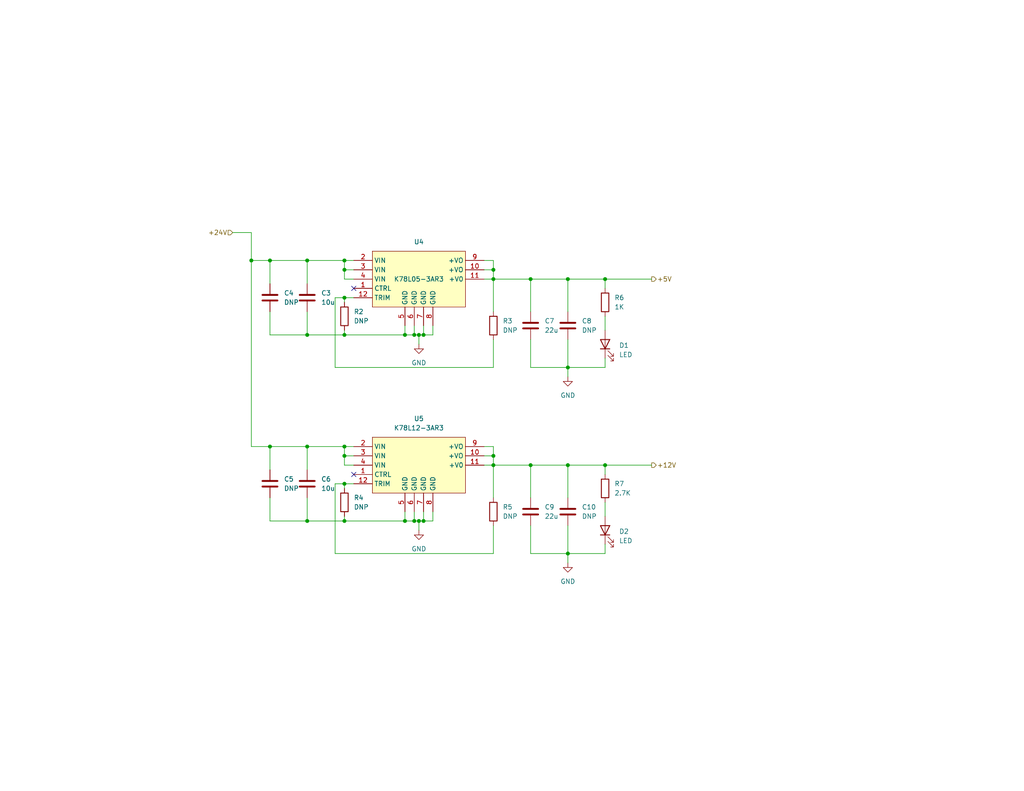
<source format=kicad_sch>
(kicad_sch (version 20230121) (generator eeschema)
  (paper "USLetter")
  (lib_symbols
    (symbol "Device:C" (pin_numbers hide) (pin_names (offset 0.254))
      (property "Reference" "C" (at 0.635 2.54 0))
      (property "Value" "C" (at 0.635 -2.54 0))
      (symbol "C_0_1"
        (polyline (pts (xy -2.032 -0.762) (xy 2.032 -0.762)) (stroke (width 0.508)))
        (polyline (pts (xy -2.032 0.762) (xy 2.032 0.762)) (stroke (width 0.508)))
      )
      (symbol "C_1_1"
        (pin passive line (at 0 3.81 270) (length 2.794) (name "~") (number "1"))
        (pin passive line (at 0 -3.81 90) (length 2.794) (name "~") (number "2"))
      )
    )
    (symbol "Device:LED" (pin_numbers hide) (pin_names (offset 1.016) hide)
      (property "Reference" "D" (at 0 2.54 0))
      (property "Value" "LED" (at 0 -2.54 0))
      (symbol "LED_0_1"
        (polyline (pts (xy -1.27 -1.27) (xy -1.27 1.27)) (stroke (width 0.254)))
        (polyline (pts (xy -1.27 0) (xy 1.27 0)))
        (polyline (pts (xy 1.27 -1.27) (xy 1.27 1.27) (xy -1.27 0) (xy 1.27 -1.27)) (stroke (width 0.254)))
        (polyline (pts (xy -3.048 -0.762) (xy -4.572 -2.286) (xy -3.81 -2.286) (xy -4.572 -2.286) (xy -4.572 -1.524)))
        (polyline (pts (xy -1.778 -0.762) (xy -3.302 -2.286) (xy -2.54 -2.286) (xy -3.302 -2.286) (xy -3.302 -1.524)))
      )
      (symbol "LED_1_1"
        (pin passive line (at -3.81 0 0) (length 2.54) (name "K") (number "1"))
        (pin passive line (at 3.81 0 180) (length 2.54) (name "A") (number "2"))
      )
    )
    (symbol "Device:R" (pin_numbers hide) (pin_names (offset 0))
      (property "Reference" "R" (at 2.032 0 90))
      (property "Value" "R" (at 0 0 90))
      (symbol "R_0_1"
        (rectangle (start -1.016 -2.54) (end 1.016 2.54) (stroke (width 0.254)))
      )
      (symbol "R_1_1"
        (pin passive line (at 0 3.81 270) (length 1.27) (name "~") (number "1"))
        (pin passive line (at 0 -3.81 90) (length 1.27) (name "~") (number "2"))
      )
    )
    (symbol "dmxaudio:K78L05-3AR3"
      (property "Reference" "U" (at 0 2.54 0))
      (property "Value" "K78L05-3AR3" (at 0 0 0))
      (symbol "K78L05-3AR3_1_1"
        (rectangle (start -12.7 7.62) (end 12.7 -7.62) (fill (type background)))
        (pin input line (at -17.78 -2.54 0) (length 5.08) (name "CTRL") (number "1"))
        (pin power_out line (at 17.78 2.54 180) (length 5.08) (name "+VO") (number "10"))
        (pin power_out line (at 17.78 0 180) (length 5.08) (name "+V0") (number "11"))
        (pin input line (at -17.78 -5.08 0) (length 5.08) (name "TRIM") (number "12"))
        (pin power_in line (at -17.78 5.08 0) (length 5.08) (name "VIN") (number "2"))
        (pin power_in line (at -17.78 2.54 0) (length 5.08) (name "VIN") (number "3"))
        (pin power_in line (at -17.78 0 0) (length 5.08) (name "VIN") (number "4"))
        (pin power_out line (at -3.81 -12.7 90) (length 5.08) (name "GND") (number "5"))
        (pin power_out line (at -1.27 -12.7 90) (length 5.08) (name "GND") (number "6"))
        (pin power_out line (at 1.27 -12.7 90) (length 5.08) (name "GND") (number "7"))
        (pin power_out line (at 3.81 -12.7 90) (length 5.08) (name "GND") (number "8"))
        (pin power_out line (at 17.78 5.08 180) (length 5.08) (name "+VO") (number "9"))
      )
    )
    (symbol "dmxaudio:K78L12-3AR3"
      (property "Reference" "U" (at 0 2.54 0))
      (property "Value" "K78L12-3AR3" (at 0 0 0))
      (symbol "K78L12-3AR3_1_1"
        (rectangle (start -12.7 7.62) (end 12.7 -7.62) (fill (type background)))
        (pin input line (at -17.78 -2.54 0) (length 5.08) (name "CTRL") (number "1"))
        (pin power_out line (at 17.78 2.54 180) (length 5.08) (name "+VO") (number "10"))
        (pin power_out line (at 17.78 0 180) (length 5.08) (name "+V0") (number "11"))
        (pin input line (at -17.78 -5.08 0) (length 5.08) (name "TRIM") (number "12"))
        (pin power_in line (at -17.78 5.08 0) (length 5.08) (name "VIN") (number "2"))
        (pin power_in line (at -17.78 2.54 0) (length 5.08) (name "VIN") (number "3"))
        (pin power_in line (at -17.78 0 0) (length 5.08) (name "VIN") (number "4"))
        (pin power_out line (at -3.81 -12.7 90) (length 5.08) (name "GND") (number "5"))
        (pin power_out line (at -1.27 -12.7 90) (length 5.08) (name "GND") (number "6"))
        (pin power_out line (at 1.27 -12.7 90) (length 5.08) (name "GND") (number "7"))
        (pin power_out line (at 3.81 -12.7 90) (length 5.08) (name "GND") (number "8"))
        (pin power_out line (at 17.78 5.08 180) (length 5.08) (name "+VO") (number "9"))
      )
    )
    (symbol "power:GND" (power) (pin_names (offset 0))
      (property "Value" "GND" (at 0 -3.81 0))
      (symbol "GND_0_1"
        (polyline (pts (xy 0 0) (xy 0 -1.27) (xy 1.27 -1.27) (xy 0 -2.54) (xy -1.27 -1.27) (xy 0 -1.27)))
      )
      (symbol "GND_1_1"
        (pin power_in line (at 0 0 270) (length 0) hide (name "GND") (number "1"))
      )
    )
  )
  (junction (at 154.94 76.2))
  (junction (at 134.62 76.2))
  (junction (at 83.82 142.24))
  (junction (at 93.98 71.12))
  (junction (at 114.3 91.44))
  (junction (at 144.78 127))
  (junction (at 134.62 124.46))
  (junction (at 113.03 142.24))
  (junction (at 93.98 73.66))
  (junction (at 115.57 142.24))
  (junction (at 68.58 71.12))
  (junction (at 93.98 124.46))
  (junction (at 83.82 91.44))
  (junction (at 93.98 132.08))
  (junction (at 154.94 151.13))
  (junction (at 73.66 71.12))
  (junction (at 113.03 91.44))
  (junction (at 93.98 121.92))
  (junction (at 154.94 127))
  (junction (at 134.62 127))
  (junction (at 83.82 71.12))
  (junction (at 93.98 91.44))
  (junction (at 110.49 142.24))
  (junction (at 165.1 127))
  (junction (at 93.98 142.24))
  (junction (at 134.62 73.66))
  (junction (at 73.66 121.92))
  (junction (at 165.1 76.2))
  (junction (at 114.3 142.24))
  (junction (at 144.78 76.2))
  (junction (at 115.57 91.44))
  (junction (at 93.98 81.28))
  (junction (at 83.82 121.92))
  (junction (at 154.94 100.33))
  (junction (at 110.49 91.44))
  (no_connect (at 96.52 129.54))
  (no_connect (at 96.52 78.74))
  (wire (pts (xy 93.98 91.44) (xy 110.49 91.44)))
  (wire (pts (xy 113.03 91.44) (xy 114.3 91.44)))
  (wire (pts (xy 73.66 142.24) (xy 73.66 135.89)))
  (wire (pts (xy 144.78 76.2) (xy 144.78 85.09)))
  (wire (pts (xy 134.62 71.12) (xy 134.62 73.66)))
  (wire (pts (xy 93.98 81.28) (xy 93.98 82.55)))
  (wire (pts (xy 93.98 91.44) (xy 83.82 91.44)))
  (wire (pts (xy 177.8 127) (xy 165.1 127)))
  (wire (pts (xy 93.98 121.92) (xy 96.52 121.92)))
  (wire (pts (xy 83.82 142.24) (xy 73.66 142.24)))
  (wire (pts (xy 154.94 151.13) (xy 154.94 153.67)))
  (wire (pts (xy 73.66 91.44) (xy 73.66 85.09)))
  (wire (pts (xy 134.62 121.92) (xy 132.08 121.92)))
  (wire (pts (xy 134.62 73.66) (xy 134.62 76.2)))
  (wire (pts (xy 165.1 127) (xy 154.94 127)))
  (wire (pts (xy 114.3 142.24) (xy 115.57 142.24)))
  (wire (pts (xy 110.49 91.44) (xy 113.03 91.44)))
  (wire (pts (xy 144.78 76.2) (xy 154.94 76.2)))
  (wire (pts (xy 93.98 124.46) (xy 96.52 124.46)))
  (wire (pts (xy 68.58 71.12) (xy 73.66 71.12)))
  (wire (pts (xy 134.62 76.2) (xy 144.78 76.2)))
  (wire (pts (xy 165.1 137.16) (xy 165.1 140.97)))
  (wire (pts (xy 73.66 71.12) (xy 73.66 77.47)))
  (wire (pts (xy 68.58 63.5) (xy 68.58 71.12)))
  (wire (pts (xy 96.52 132.08) (xy 93.98 132.08)))
  (wire (pts (xy 154.94 76.2) (xy 154.94 85.09)))
  (wire (pts (xy 154.94 127) (xy 154.94 135.89)))
  (wire (pts (xy 93.98 140.97) (xy 93.98 142.24)))
  (wire (pts (xy 93.98 142.24) (xy 110.49 142.24)))
  (wire (pts (xy 134.62 151.13) (xy 91.44 151.13)))
  (wire (pts (xy 93.98 76.2) (xy 93.98 73.66)))
  (wire (pts (xy 154.94 100.33) (xy 165.1 100.33)))
  (wire (pts (xy 91.44 81.28) (xy 93.98 81.28)))
  (wire (pts (xy 154.94 151.13) (xy 154.94 143.51)))
  (wire (pts (xy 134.62 76.2) (xy 134.62 85.09)))
  (wire (pts (xy 83.82 121.92) (xy 93.98 121.92)))
  (wire (pts (xy 144.78 100.33) (xy 154.94 100.33)))
  (wire (pts (xy 165.1 76.2) (xy 165.1 78.74)))
  (wire (pts (xy 134.62 124.46) (xy 134.62 121.92)))
  (wire (pts (xy 165.1 76.2) (xy 177.8 76.2)))
  (wire (pts (xy 144.78 127) (xy 134.62 127)))
  (wire (pts (xy 83.82 91.44) (xy 83.82 85.09)))
  (wire (pts (xy 73.66 121.92) (xy 83.82 121.92)))
  (wire (pts (xy 68.58 71.12) (xy 68.58 121.92)))
  (wire (pts (xy 165.1 127) (xy 165.1 129.54)))
  (wire (pts (xy 93.98 90.17) (xy 93.98 91.44)))
  (wire (pts (xy 165.1 86.36) (xy 165.1 90.17)))
  (wire (pts (xy 73.66 121.92) (xy 73.66 128.27)))
  (wire (pts (xy 114.3 142.24) (xy 114.3 144.78)))
  (wire (pts (xy 134.62 127) (xy 134.62 124.46)))
  (wire (pts (xy 134.62 127) (xy 134.62 135.89)))
  (wire (pts (xy 96.52 127) (xy 93.98 127)))
  (wire (pts (xy 118.11 91.44) (xy 118.11 88.9)))
  (wire (pts (xy 93.98 132.08) (xy 93.98 133.35)))
  (wire (pts (xy 132.08 73.66) (xy 134.62 73.66)))
  (wire (pts (xy 144.78 100.33) (xy 144.78 92.71)))
  (wire (pts (xy 93.98 71.12) (xy 96.52 71.12)))
  (wire (pts (xy 83.82 91.44) (xy 73.66 91.44)))
  (wire (pts (xy 144.78 151.13) (xy 154.94 151.13)))
  (wire (pts (xy 83.82 142.24) (xy 83.82 135.89)))
  (wire (pts (xy 93.98 73.66) (xy 96.52 73.66)))
  (wire (pts (xy 93.98 73.66) (xy 93.98 71.12)))
  (wire (pts (xy 96.52 81.28) (xy 93.98 81.28)))
  (wire (pts (xy 165.1 151.13) (xy 165.1 148.59)))
  (wire (pts (xy 132.08 71.12) (xy 134.62 71.12)))
  (wire (pts (xy 165.1 100.33) (xy 165.1 97.79)))
  (wire (pts (xy 110.49 139.7) (xy 110.49 142.24)))
  (wire (pts (xy 132.08 76.2) (xy 134.62 76.2)))
  (wire (pts (xy 154.94 100.33) (xy 154.94 92.71)))
  (wire (pts (xy 134.62 143.51) (xy 134.62 151.13)))
  (wire (pts (xy 91.44 100.33) (xy 91.44 81.28)))
  (wire (pts (xy 154.94 100.33) (xy 154.94 102.87)))
  (wire (pts (xy 110.49 88.9) (xy 110.49 91.44)))
  (wire (pts (xy 144.78 127) (xy 144.78 135.89)))
  (wire (pts (xy 73.66 71.12) (xy 83.82 71.12)))
  (wire (pts (xy 110.49 142.24) (xy 113.03 142.24)))
  (wire (pts (xy 132.08 127) (xy 134.62 127)))
  (wire (pts (xy 83.82 121.92) (xy 83.82 128.27)))
  (wire (pts (xy 93.98 142.24) (xy 83.82 142.24)))
  (wire (pts (xy 113.03 142.24) (xy 114.3 142.24)))
  (wire (pts (xy 68.58 121.92) (xy 73.66 121.92)))
  (wire (pts (xy 114.3 91.44) (xy 115.57 91.44)))
  (wire (pts (xy 132.08 124.46) (xy 134.62 124.46)))
  (wire (pts (xy 144.78 151.13) (xy 144.78 143.51)))
  (wire (pts (xy 114.3 91.44) (xy 114.3 93.98)))
  (wire (pts (xy 154.94 76.2) (xy 165.1 76.2)))
  (wire (pts (xy 115.57 142.24) (xy 118.11 142.24)))
  (wire (pts (xy 115.57 91.44) (xy 118.11 91.44)))
  (wire (pts (xy 115.57 139.7) (xy 115.57 142.24)))
  (wire (pts (xy 93.98 127) (xy 93.98 124.46)))
  (wire (pts (xy 91.44 132.08) (xy 93.98 132.08)))
  (wire (pts (xy 63.5 63.5) (xy 68.58 63.5)))
  (wire (pts (xy 91.44 151.13) (xy 91.44 132.08)))
  (wire (pts (xy 93.98 124.46) (xy 93.98 121.92)))
  (wire (pts (xy 118.11 142.24) (xy 118.11 139.7)))
  (wire (pts (xy 113.03 139.7) (xy 113.03 142.24)))
  (wire (pts (xy 83.82 71.12) (xy 83.82 77.47)))
  (wire (pts (xy 113.03 88.9) (xy 113.03 91.44)))
  (wire (pts (xy 115.57 88.9) (xy 115.57 91.44)))
  (wire (pts (xy 154.94 127) (xy 144.78 127)))
  (wire (pts (xy 134.62 100.33) (xy 91.44 100.33)))
  (wire (pts (xy 83.82 71.12) (xy 93.98 71.12)))
  (wire (pts (xy 154.94 151.13) (xy 165.1 151.13)))
  (wire (pts (xy 96.52 76.2) (xy 93.98 76.2)))
  (wire (pts (xy 134.62 92.71) (xy 134.62 100.33)))
  (hierarchical_label "+12V" (shape output) (at 177.8 127 0))
  (hierarchical_label "+5V" (shape output) (at 177.8 76.2 0))
  (hierarchical_label "+24V" (shape input) (at 63.5 63.5 180))
  (symbol (lib_id "Device:C") (at 73.66 132.08 0) (unit 1)
    (property "Reference" "C5" (at 77.47 130.81 0) (effects (justify left)))
    (property "Value" "DNP" (at 77.47 133.35 0) (effects (justify left)))
    (property "Footprint" "Capacitor_SMD:C_1206_3216Metric_Pad1.33x1.80mm_HandSolder" (effects hide))
  )
  (symbol (lib_id "Device:C") (at 144.78 88.9 0) (unit 1)
    (property "Reference" "C7" (at 148.59 87.63 0) (effects (justify left)))
    (property "Value" "22u" (at 148.59 90.17 0) (effects (justify left)))
    (property "Footprint" "Capacitor_SMD:C_1206_3216Metric_Pad1.33x1.80mm_HandSolder" (effects hide))
  )
  (symbol (lib_id "Device:R") (at 165.1 133.35 0) (unit 1)
    (property "Reference" "R7" (at 167.64 132.08 0) (effects (justify left)))
    (property "Value" "2.7K" (at 167.64 134.62 0) (effects (justify left)))
    (property "Footprint" "Resistor_SMD:R_0603_1608Metric_Pad0.98x0.95mm_HandSolder" (effects hide))
  )
  (symbol (lib_id "power:GND") (at 114.3 144.78 0) (unit 1)
    (property "Reference" "#PWR014" (effects hide))
    (property "Value" "GND" (at 114.3 149.86 0))
  )
  (symbol (lib_id "Device:R") (at 165.1 82.55 0) (unit 1)
    (property "Reference" "R6" (at 167.64 81.28 0) (effects (justify left)))
    (property "Value" "1K" (at 167.64 83.82 0) (effects (justify left)))
    (property "Footprint" "Resistor_SMD:R_0603_1608Metric_Pad0.98x0.95mm_HandSolder" (effects hide))
  )
  (symbol (lib_id "Device:C") (at 154.94 88.9 0) (unit 1)
    (property "Reference" "C8" (at 158.75 87.63 0) (effects (justify left)))
    (property "Value" "DNP" (at 158.75 90.17 0) (effects (justify left)))
    (property "Footprint" "Capacitor_SMD:C_1206_3216Metric_Pad1.33x1.80mm_HandSolder" (effects hide))
  )
  (symbol (lib_id "power:GND") (at 154.94 153.67 0) (unit 1)
    (property "Reference" "#PWR016" (effects hide))
    (property "Value" "GND" (at 154.94 158.75 0))
  )
  (symbol (lib_id "Device:R") (at 134.62 139.7 0) (unit 1)
    (property "Reference" "R5" (at 137.16 138.43 0) (effects (justify left)))
    (property "Value" "DNP" (at 137.16 140.97 0) (effects (justify left)))
    (property "Footprint" "Resistor_SMD:R_0603_1608Metric_Pad0.98x0.95mm_HandSolder" (effects hide))
  )
  (symbol (lib_id "Device:C") (at 83.82 132.08 0) (unit 1)
    (property "Reference" "C6" (at 87.63 130.81 0) (effects (justify left)))
    (property "Value" "10u" (at 87.63 133.35 0) (effects (justify left)))
    (property "Footprint" "Capacitor_SMD:C_1206_3216Metric_Pad1.33x1.80mm_HandSolder" (effects hide))
  )
  (symbol (lib_id "Device:C") (at 73.66 81.28 0) (unit 1)
    (property "Reference" "C4" (at 77.47 80.01 0) (effects (justify left)))
    (property "Value" "DNP" (at 77.47 82.55 0) (effects (justify left)))
    (property "Footprint" "Capacitor_SMD:C_1206_3216Metric_Pad1.33x1.80mm_HandSolder" (effects hide))
  )
  (symbol (lib_id "dmxaudio:K78L12-3AR3") (at 114.3 127 0) (unit 1)
    (property "Reference" "U5" (at 114.3 114.3 0))
    (property "Value" "K78L12-3AR3" (at 114.3 116.84 0))
    (property "Footprint" "dmxaudio:K78LXX-3AR3" (effects hide))
  )
  (symbol (lib_id "Device:C") (at 154.94 139.7 0) (unit 1)
    (property "Reference" "C10" (at 158.75 138.43 0) (effects (justify left)))
    (property "Value" "DNP" (at 158.75 140.97 0) (effects (justify left)))
    (property "Footprint" "Capacitor_SMD:C_1206_3216Metric_Pad1.33x1.80mm_HandSolder" (effects hide))
  )
  (symbol (lib_id "Device:C") (at 144.78 139.7 0) (unit 1)
    (property "Reference" "C9" (at 148.59 138.43 0) (effects (justify left)))
    (property "Value" "22u" (at 148.59 140.97 0) (effects (justify left)))
    (property "Footprint" "Capacitor_SMD:C_1206_3216Metric_Pad1.33x1.80mm_HandSolder" (effects hide))
  )
  (symbol (lib_id "Device:R") (at 93.98 86.36 0) (unit 1)
    (property "Reference" "R2" (at 96.52 85.09 0) (effects (justify left)))
    (property "Value" "DNP" (at 96.52 87.63 0) (effects (justify left)))
    (property "Footprint" "Resistor_SMD:R_0603_1608Metric_Pad0.98x0.95mm_HandSolder" (effects hide))
  )
  (symbol (lib_id "Device:R") (at 93.98 137.16 0) (unit 1)
    (property "Reference" "R4" (at 96.52 135.89 0) (effects (justify left)))
    (property "Value" "DNP" (at 96.52 138.43 0) (effects (justify left)))
    (property "Footprint" "Resistor_SMD:R_0603_1608Metric_Pad0.98x0.95mm_HandSolder" (effects hide))
  )
  (symbol (lib_id "Device:C") (at 83.82 81.28 0) (unit 1)
    (property "Reference" "C3" (at 87.63 80.01 0) (effects (justify left)))
    (property "Value" "10u" (at 87.63 82.55 0) (effects (justify left)))
    (property "Footprint" "Capacitor_SMD:C_1206_3216Metric_Pad1.33x1.80mm_HandSolder" (effects hide))
  )
  (symbol (lib_id "Device:LED") (at 165.1 93.98 90) (unit 1)
    (property "Reference" "D1" (at 168.91 94.2975 90) (effects (justify right)))
    (property "Value" "LED" (at 168.91 96.8375 90) (effects (justify right)))
    (property "Footprint" "LED_SMD:LED_0603_1608Metric_Pad1.05x0.95mm_HandSolder" (effects hide))
  )
  (symbol (lib_id "power:GND") (at 154.94 102.87 0) (unit 1)
    (property "Reference" "#PWR015" (effects hide))
    (property "Value" "GND" (at 154.94 107.95 0))
  )
  (symbol (lib_id "Device:LED") (at 165.1 144.78 90) (unit 1)
    (property "Reference" "D2" (at 168.91 145.0975 90) (effects (justify right)))
    (property "Value" "LED" (at 168.91 147.6375 90) (effects (justify right)))
    (property "Footprint" "LED_SMD:LED_0603_1608Metric_Pad1.05x0.95mm_HandSolder" (effects hide))
  )
  (symbol (lib_id "power:GND") (at 114.3 93.98 0) (unit 1)
    (property "Reference" "#PWR011" (effects hide))
    (property "Value" "GND" (at 114.3 99.06 0))
  )
  (symbol (lib_id "dmxaudio:K78L05-3AR3") (at 114.3 76.2 0) (unit 1)
    (property "Reference" "U4" (at 114.3 66.04 0))
    (property "Value" "K78L05-3AR3" (at 114.3 76.2 0))
    (property "Footprint" "dmxaudio:K78LXX-3AR3" (effects hide))
  )
  (symbol (lib_id "Device:R") (at 134.62 88.9 0) (unit 1)
    (property "Reference" "R3" (at 137.16 87.63 0) (effects (justify left)))
    (property "Value" "DNP" (at 137.16 90.17 0) (effects (justify left)))
    (property "Footprint" "Resistor_SMD:R_0603_1608Metric_Pad0.98x0.95mm_HandSolder" (effects hide))
  )
)
</source>
